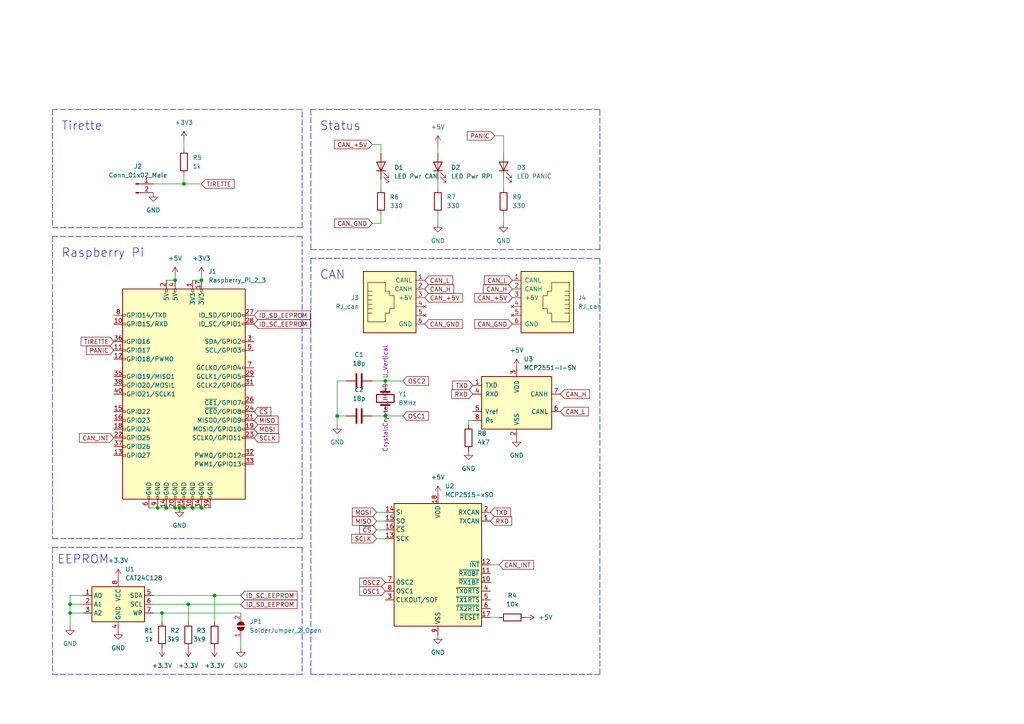
<source format=kicad_sch>
(kicad_sch (version 20211123) (generator eeschema)
  (paper "A4")
  (lib_symbols
    (symbol "Connector:Conn_01x02_Male" (pin_names (offset 1.016) hide)
      (property "Reference" "J" (at 0 2.54 0))
      (property "Value" "Conn_01x02_Male" (at 0 -5.08 0))
      (symbol "Conn_01x02_Male_1_1"
        (polyline (pts (xy 1.27 -2.54) (xy 0.8636 -2.54)) (stroke (width 0.1524)))
        (polyline (pts (xy 1.27 0) (xy 0.8636 0)) (stroke (width 0.1524)))
        (rectangle (start 0.8636 -2.413) (end 0 -2.667) (stroke (width 0.1524)) (fill (type outline)))
        (rectangle (start 0.8636 0.127) (end 0 -0.127) (stroke (width 0.1524)) (fill (type outline)))
        (pin passive line (at 5.08 0 180) (length 3.81) (name "Pin_1") (number "1"))
        (pin passive line (at 5.08 -2.54 180) (length 3.81) (name "Pin_2") (number "2"))
      )
    )
    (symbol "Connector:Raspberry_Pi_2_3" (pin_names (offset 1.016))
      (property "Reference" "J" (at -17.78 31.75 0))
      (property "Value" "Raspberry_Pi_2_3" (at 10.16 -31.75 0))
      (symbol "Raspberry_Pi_2_3_0_1"
        (rectangle (start -17.78 30.48) (end 17.78 -30.48) (stroke (width 0.254)) (fill (type background)))
      )
      (symbol "Raspberry_Pi_2_3_1_1"
        (rectangle (start -16.891 -17.526) (end -17.78 -18.034))
        (rectangle (start -16.891 -14.986) (end -17.78 -15.494))
        (rectangle (start -16.891 -12.446) (end -17.78 -12.954))
        (rectangle (start -16.891 -9.906) (end -17.78 -10.414))
        (rectangle (start -16.891 -7.366) (end -17.78 -7.874))
        (rectangle (start -16.891 -4.826) (end -17.78 -5.334))
        (rectangle (start -16.891 0.254) (end -17.78 -0.254))
        (rectangle (start -16.891 2.794) (end -17.78 2.286))
        (rectangle (start -16.891 5.334) (end -17.78 4.826))
        (rectangle (start -16.891 10.414) (end -17.78 9.906))
        (rectangle (start -16.891 12.954) (end -17.78 12.446))
        (rectangle (start -16.891 15.494) (end -17.78 14.986))
        (rectangle (start -16.891 20.574) (end -17.78 20.066))
        (rectangle (start -16.891 23.114) (end -17.78 22.606))
        (rectangle (start -10.414 -29.591) (end -9.906 -30.48))
        (rectangle (start -7.874 -29.591) (end -7.366 -30.48))
        (rectangle (start -5.334 -29.591) (end -4.826 -30.48))
        (rectangle (start -5.334 30.48) (end -4.826 29.591))
        (rectangle (start -2.794 -29.591) (end -2.286 -30.48))
        (rectangle (start -2.794 30.48) (end -2.286 29.591))
        (rectangle (start -0.254 -29.591) (end 0.254 -30.48))
        (rectangle (start 2.286 -29.591) (end 2.794 -30.48))
        (rectangle (start 2.286 30.48) (end 2.794 29.591))
        (rectangle (start 4.826 -29.591) (end 5.334 -30.48))
        (rectangle (start 4.826 30.48) (end 5.334 29.591))
        (rectangle (start 7.366 -29.591) (end 7.874 -30.48))
        (rectangle (start 17.78 -20.066) (end 16.891 -20.574))
        (rectangle (start 17.78 -17.526) (end 16.891 -18.034))
        (rectangle (start 17.78 -12.446) (end 16.891 -12.954))
        (rectangle (start 17.78 -9.906) (end 16.891 -10.414))
        (rectangle (start 17.78 -7.366) (end 16.891 -7.874))
        (rectangle (start 17.78 -4.826) (end 16.891 -5.334))
        (rectangle (start 17.78 -2.286) (end 16.891 -2.794))
        (rectangle (start 17.78 2.794) (end 16.891 2.286))
        (rectangle (start 17.78 5.334) (end 16.891 4.826))
        (rectangle (start 17.78 7.874) (end 16.891 7.366))
        (rectangle (start 17.78 12.954) (end 16.891 12.446))
        (rectangle (start 17.78 15.494) (end 16.891 14.986))
        (rectangle (start 17.78 20.574) (end 16.891 20.066))
        (rectangle (start 17.78 23.114) (end 16.891 22.606))
        (pin power_in line (at 2.54 33.02 270) (length 2.54) (name "3V3") (number "1"))
        (pin bidirectional line (at -20.32 20.32 0) (length 2.54) (name "GPIO15/RXD") (number "10"))
        (pin bidirectional line (at -20.32 12.7 0) (length 2.54) (name "GPIO17") (number "11"))
        (pin bidirectional line (at -20.32 10.16 0) (length 2.54) (name "GPIO18/PWM0") (number "12"))
        (pin bidirectional line (at -20.32 -17.78 0) (length 2.54) (name "GPIO27") (number "13"))
        (pin power_in line (at -5.08 -33.02 90) (length 2.54) (name "GND") (number "14"))
        (pin bidirectional line (at -20.32 -5.08 0) (length 2.54) (name "GPIO22") (number "15"))
        (pin bidirectional line (at -20.32 -7.62 0) (length 2.54) (name "GPIO23") (number "16"))
        (pin power_in line (at 5.08 33.02 270) (length 2.54) (name "3V3") (number "17"))
        (pin bidirectional line (at -20.32 -10.16 0) (length 2.54) (name "GPIO24") (number "18"))
        (pin bidirectional line (at 20.32 -10.16 180) (length 2.54) (name "MOSI0/GPIO10") (number "19"))
        (pin power_in line (at -5.08 33.02 270) (length 2.54) (name "5V") (number "2"))
        (pin power_in line (at -2.54 -33.02 90) (length 2.54) (name "GND") (number "20"))
        (pin bidirectional line (at 20.32 -7.62 180) (length 2.54) (name "MISO0/GPIO9") (number "21"))
        (pin bidirectional line (at -20.32 -12.7 0) (length 2.54) (name "GPIO25") (number "22"))
        (pin bidirectional line (at 20.32 -12.7 180) (length 2.54) (name "SCLK0/GPIO11") (number "23"))
        (pin bidirectional line (at 20.32 -5.08 180) (length 2.54) (name "~{CE0}/GPIO8") (number "24"))
        (pin power_in line (at 0 -33.02 90) (length 2.54) (name "GND") (number "25"))
        (pin bidirectional line (at 20.32 -2.54 180) (length 2.54) (name "~{CE1}/GPIO7") (number "26"))
        (pin bidirectional line (at 20.32 22.86 180) (length 2.54) (name "ID_SD/GPIO0") (number "27"))
        (pin bidirectional line (at 20.32 20.32 180) (length 2.54) (name "ID_SC/GPIO1") (number "28"))
        (pin bidirectional line (at 20.32 5.08 180) (length 2.54) (name "GCLK1/GPIO5") (number "29"))
        (pin bidirectional line (at 20.32 15.24 180) (length 2.54) (name "SDA/GPIO2") (number "3"))
        (pin power_in line (at 2.54 -33.02 90) (length 2.54) (name "GND") (number "30"))
        (pin bidirectional line (at 20.32 2.54 180) (length 2.54) (name "GCLK2/GPIO6") (number "31"))
        (pin bidirectional line (at 20.32 -17.78 180) (length 2.54) (name "PWM0/GPIO12") (number "32"))
        (pin bidirectional line (at 20.32 -20.32 180) (length 2.54) (name "PWM1/GPIO13") (number "33"))
        (pin power_in line (at 5.08 -33.02 90) (length 2.54) (name "GND") (number "34"))
        (pin bidirectional line (at -20.32 5.08 0) (length 2.54) (name "GPIO19/MISO1") (number "35"))
        (pin bidirectional line (at -20.32 15.24 0) (length 2.54) (name "GPIO16") (number "36"))
        (pin bidirectional line (at -20.32 -15.24 0) (length 2.54) (name "GPIO26") (number "37"))
        (pin bidirectional line (at -20.32 2.54 0) (length 2.54) (name "GPIO20/MOSI1") (number "38"))
        (pin power_in line (at 7.62 -33.02 90) (length 2.54) (name "GND") (number "39"))
        (pin power_in line (at -2.54 33.02 270) (length 2.54) (name "5V") (number "4"))
        (pin bidirectional line (at -20.32 0 0) (length 2.54) (name "GPIO21/SCLK1") (number "40"))
        (pin bidirectional line (at 20.32 12.7 180) (length 2.54) (name "SCL/GPIO3") (number "5"))
        (pin power_in line (at -10.16 -33.02 90) (length 2.54) (name "GND") (number "6"))
        (pin bidirectional line (at 20.32 7.62 180) (length 2.54) (name "GCLK0/GPIO4") (number "7"))
        (pin bidirectional line (at -20.32 22.86 0) (length 2.54) (name "GPIO14/TXD") (number "8"))
        (pin power_in line (at -7.62 -33.02 90) (length 2.54) (name "GND") (number "9"))
      )
    )
    (symbol "Device:C" (pin_numbers hide) (pin_names (offset 0.254))
      (property "Reference" "C" (at 0.635 2.54 0))
      (property "Value" "C" (at 0.635 -2.54 0))
      (symbol "C_0_1"
        (polyline (pts (xy -2.032 -0.762) (xy 2.032 -0.762)) (stroke (width 0.508)))
        (polyline (pts (xy -2.032 0.762) (xy 2.032 0.762)) (stroke (width 0.508)))
      )
      (symbol "C_1_1"
        (pin passive line (at 0 3.81 270) (length 2.794) (name "~") (number "1"))
        (pin passive line (at 0 -3.81 90) (length 2.794) (name "~") (number "2"))
      )
    )
    (symbol "Device:Crystal" (pin_numbers hide) (pin_names (offset 1.016) hide)
      (property "Reference" "Y" (at 0 3.81 0))
      (property "Value" "Crystal" (at 0 -3.81 0))
      (symbol "Crystal_0_1"
        (rectangle (start -1.143 2.54) (end 1.143 -2.54) (stroke (width 0.3048)))
        (polyline (pts (xy -2.54 0) (xy -1.905 0)))
        (polyline (pts (xy -1.905 -1.27) (xy -1.905 1.27)) (stroke (width 0.508)))
        (polyline (pts (xy 1.905 -1.27) (xy 1.905 1.27)) (stroke (width 0.508)))
        (polyline (pts (xy 2.54 0) (xy 1.905 0)))
      )
      (symbol "Crystal_1_1"
        (pin passive line (at -3.81 0 0) (length 1.27) (name "1") (number "1"))
        (pin passive line (at 3.81 0 180) (length 1.27) (name "2") (number "2"))
      )
    )
    (symbol "Device:LED" (pin_numbers hide) (pin_names (offset 1.016) hide)
      (property "Reference" "D" (at 0 2.54 0))
      (property "Value" "LED" (at 0 -2.54 0))
      (symbol "LED_0_1"
        (polyline (pts (xy -1.27 -1.27) (xy -1.27 1.27)) (stroke (width 0.254)))
        (polyline (pts (xy -1.27 0) (xy 1.27 0)))
        (polyline (pts (xy 1.27 -1.27) (xy 1.27 1.27) (xy -1.27 0) (xy 1.27 -1.27)) (stroke (width 0.254)))
        (polyline (pts (xy -3.048 -0.762) (xy -4.572 -2.286) (xy -3.81 -2.286) (xy -4.572 -2.286) (xy -4.572 -1.524)))
        (polyline (pts (xy -1.778 -0.762) (xy -3.302 -2.286) (xy -2.54 -2.286) (xy -3.302 -2.286) (xy -3.302 -1.524)))
      )
      (symbol "LED_1_1"
        (pin passive line (at -3.81 0 0) (length 2.54) (name "K") (number "1"))
        (pin passive line (at 3.81 0 180) (length 2.54) (name "A") (number "2"))
      )
    )
    (symbol "Device:R" (pin_numbers hide) (pin_names (offset 0))
      (property "Reference" "R" (at 2.032 0 90))
      (property "Value" "R" (at 0 0 90))
      (symbol "R_0_1"
        (rectangle (start -1.016 -2.54) (end 1.016 2.54) (stroke (width 0.254)))
      )
      (symbol "R_1_1"
        (pin passive line (at 0 3.81 270) (length 1.27) (name "~") (number "1"))
        (pin passive line (at 0 -3.81 90) (length 1.27) (name "~") (number "2"))
      )
    )
    (symbol "Interface_CAN_LIN:MCP2515-xSO"
      (property "Reference" "U" (at -10.16 19.685 0))
      (property "Value" "MCP2515-xSO" (at 19.05 20.32 0))
      (symbol "MCP2515-xSO_0_1"
        (rectangle (start -12.7 17.78) (end 12.7 -17.78) (stroke (width 0.254)) (fill (type background)))
      )
      (symbol "MCP2515-xSO_1_1"
        (pin output line (at 15.24 12.7 180) (length 2.54) (name "TXCAN") (number "1"))
        (pin output line (at 15.24 -5.08 180) (length 2.54) (name "~{RX1BF}") (number "10"))
        (pin output line (at 15.24 -2.54 180) (length 2.54) (name "~{RX0BF}") (number "11"))
        (pin output line (at 15.24 0 180) (length 2.54) (name "~{INT}") (number "12"))
        (pin input line (at -15.24 7.62 0) (length 2.54) (name "SCK") (number "13"))
        (pin input line (at -15.24 15.24 0) (length 2.54) (name "SI") (number "14"))
        (pin output line (at -15.24 12.7 0) (length 2.54) (name "SO") (number "15"))
        (pin input line (at -15.24 10.16 0) (length 2.54) (name "~{CS}") (number "16"))
        (pin input line (at 15.24 -15.24 180) (length 2.54) (name "~{RESET}") (number "17"))
        (pin power_in line (at 0 20.32 270) (length 2.54) (name "VDD") (number "18"))
        (pin input line (at 15.24 15.24 180) (length 2.54) (name "RXCAN") (number "2"))
        (pin output line (at -15.24 -10.16 0) (length 2.54) (name "CLKOUT/SOF") (number "3"))
        (pin input line (at 15.24 -7.62 180) (length 2.54) (name "~{TX0RTS}") (number "4"))
        (pin input line (at 15.24 -10.16 180) (length 2.54) (name "~{TX1RTS}") (number "5"))
        (pin input line (at 15.24 -12.7 180) (length 2.54) (name "~{TX2RTS}") (number "6"))
        (pin output line (at -15.24 -5.08 0) (length 2.54) (name "OSC2") (number "7"))
        (pin input line (at -15.24 -7.62 0) (length 2.54) (name "OSC1") (number "8"))
        (pin power_in line (at 0 -20.32 90) (length 2.54) (name "VSS") (number "9"))
      )
    )
    (symbol "Interface_CAN_LIN:MCP2551-I-SN" (pin_names (offset 1.016))
      (property "Reference" "U" (at -10.16 8.89 0))
      (property "Value" "MCP2551-I-SN" (at 2.54 8.89 0))
      (symbol "MCP2551-I-SN_0_1"
        (rectangle (start -10.16 7.62) (end 10.16 -7.62) (stroke (width 0.254)) (fill (type background)))
      )
      (symbol "MCP2551-I-SN_1_1"
        (pin input line (at -12.7 5.08 0) (length 2.54) (name "TXD") (number "1"))
        (pin power_in line (at 0 -10.16 90) (length 2.54) (name "VSS") (number "2"))
        (pin power_in line (at 0 10.16 270) (length 2.54) (name "VDD") (number "3"))
        (pin output line (at -12.7 2.54 0) (length 2.54) (name "RXD") (number "4"))
        (pin power_out line (at -12.7 -2.54 0) (length 2.54) (name "Vref") (number "5"))
        (pin bidirectional line (at 12.7 -2.54 180) (length 2.54) (name "CANL") (number "6"))
        (pin bidirectional line (at 12.7 2.54 180) (length 2.54) (name "CANH") (number "7"))
        (pin input line (at -12.7 -5.08 0) (length 2.54) (name "Rs") (number "8"))
      )
    )
    (symbol "Jumper:SolderJumper_2_Open" (pin_names (offset 0) hide)
      (property "Reference" "JP" (at 0 2.032 0))
      (property "Value" "SolderJumper_2_Open" (at 0 -2.54 0))
      (symbol "SolderJumper_2_Open_0_1"
        (arc (start -0.254 1.016) (mid -1.27 0) (end -0.254 -1.016))
        (arc (start -0.254 1.016) (mid -1.27 0) (end -0.254 -1.016) (fill (type outline)))
        (polyline (pts (xy -0.254 1.016) (xy -0.254 -1.016)))
        (polyline (pts (xy 0.254 1.016) (xy 0.254 -1.016)))
        (arc (start 0.254 -1.016) (mid 1.27 0) (end 0.254 1.016))
        (arc (start 0.254 -1.016) (mid 1.27 0) (end 0.254 1.016) (fill (type outline)))
      )
      (symbol "SolderJumper_2_Open_1_1"
        (pin passive line (at -3.81 0 0) (length 2.54) (name "A") (number "1"))
        (pin passive line (at 3.81 0 180) (length 2.54) (name "B") (number "2"))
      )
    )
    (symbol "Memory_EEPROM:CAT24C128"
      (property "Reference" "U" (at -6.35 6.35 0))
      (property "Value" "CAT24C128" (at 1.27 6.35 0))
      (symbol "CAT24C128_1_1"
        (rectangle (start -7.62 5.08) (end 7.62 -5.08) (stroke (width 0.254)) (fill (type background)))
        (pin input line (at -10.16 2.54 0) (length 2.54) (name "A0") (number "1"))
        (pin input line (at -10.16 0 0) (length 2.54) (name "A1") (number "2"))
        (pin input line (at -10.16 -2.54 0) (length 2.54) (name "A2") (number "3"))
        (pin power_in line (at 0 -7.62 90) (length 2.54) (name "GND") (number "4"))
        (pin bidirectional line (at 10.16 2.54 180) (length 2.54) (name "SDA") (number "5"))
        (pin input line (at 10.16 0 180) (length 2.54) (name "SCL") (number "6"))
        (pin input line (at 10.16 -2.54 180) (length 2.54) (name "WP") (number "7"))
        (pin power_in line (at 0 7.62 270) (length 2.54) (name "VCC") (number "8"))
      )
    )
    (symbol "Robot:RJ_can" (pin_names (offset 1.016))
      (property "Reference" "J1" (at 0 15.24 0))
      (property "Value" "RJ_can" (at 0 12.7 0))
      (symbol "RJ_can_0_1"
        (polyline (pts (xy -6.35 -1.905) (xy -5.08 -1.905) (xy -5.08 -1.905)))
        (polyline (pts (xy -6.35 -0.635) (xy -5.08 -0.635) (xy -5.08 -0.635)))
        (polyline (pts (xy -6.35 0.635) (xy -5.08 0.635) (xy -5.08 0.635)))
        (polyline (pts (xy -6.35 1.905) (xy -5.08 1.905) (xy -5.08 1.905)))
        (polyline (pts (xy -6.35 3.175) (xy -5.08 3.175) (xy -5.08 3.175)))
        (polyline (pts (xy -5.08 4.445) (xy -6.35 4.445) (xy -6.35 4.445)))
        (polyline (pts (xy -6.35 -4.445) (xy -6.35 6.985) (xy -1.27 6.985) (xy -1.27 4.445) (xy 0 4.445) (xy 0 3.175) (xy 1.27 3.175) (xy 1.27 -0.635) (xy 0 -0.635) (xy 0 -1.905) (xy -1.27 -1.905) (xy -1.27 -4.445) (xy -6.35 -4.445) (xy -6.35 -4.445)))
        (rectangle (start 7.62 10.16) (end -7.62 -7.62) (stroke (width 0.254)) (fill (type background)))
      )
      (symbol "RJ_can_1_1"
        (pin bidirectional line (at 10.16 -5.08 180) (length 2.54) (name "CANL") (number "1"))
        (pin passive line (at 10.16 -2.54 180) (length 2.54) (name "CANH") (number "2"))
        (pin power_out line (at 10.16 0 180) (length 2.54) (name "+5V") (number "3"))
        (pin no_connect line (at 10.16 2.54 180) (length 2.54) (name "") (number "4"))
        (pin no_connect line (at 10.16 5.08 180) (length 2.54) (name "~") (number "5"))
        (pin power_out line (at 10.16 7.62 180) (length 2.54) (name "GND") (number "6"))
      )
    )
    (symbol "power:+3.3V" (power) (pin_names (offset 0))
      (property "Value" "+3.3V" (at 0 3.556 0))
      (symbol "+3.3V_0_1"
        (polyline (pts (xy -0.762 1.27) (xy 0 2.54)))
        (polyline (pts (xy 0 0) (xy 0 2.54)))
        (polyline (pts (xy 0 2.54) (xy 0.762 1.27)))
      )
      (symbol "+3.3V_1_1"
        (pin power_in line (at 0 0 90) (length 0) hide (name "+3.3V") (number "1"))
      )
    )
    (symbol "power:+3V3" (power) (pin_names (offset 0))
      (property "Value" "+3V3" (at 0 3.556 0))
      (symbol "+3V3_0_1"
        (polyline (pts (xy -0.762 1.27) (xy 0 2.54)))
        (polyline (pts (xy 0 0) (xy 0 2.54)))
        (polyline (pts (xy 0 2.54) (xy 0.762 1.27)))
      )
      (symbol "+3V3_1_1"
        (pin power_in line (at 0 0 90) (length 0) hide (name "+3V3") (number "1"))
      )
    )
    (symbol "power:+5V" (power) (pin_names (offset 0))
      (property "Value" "+5V" (at 0 3.556 0))
      (symbol "+5V_0_1"
        (polyline (pts (xy -0.762 1.27) (xy 0 2.54)))
        (polyline (pts (xy 0 0) (xy 0 2.54)))
        (polyline (pts (xy 0 2.54) (xy 0.762 1.27)))
      )
      (symbol "+5V_1_1"
        (pin power_in line (at 0 0 90) (length 0) hide (name "+5V") (number "1"))
      )
    )
    (symbol "power:GND" (power) (pin_names (offset 0))
      (property "Value" "GND" (at 0 -3.81 0))
      (symbol "GND_0_1"
        (polyline (pts (xy 0 0) (xy 0 -1.27) (xy 1.27 -1.27) (xy 0 -2.54) (xy -1.27 -1.27) (xy 0 -1.27)))
      )
      (symbol "GND_1_1"
        (pin power_in line (at 0 0 270) (length 0) hide (name "GND") (number "1"))
      )
    )
  )
  (junction (at 53.34 53.34))
  (junction (at 20.32 177.8))
  (junction (at 62.23 172.72))
  (junction (at 50.8 81.28))
  (junction (at 50.8 147.32))
  (junction (at 111.76 110.49))
  (junction (at 55.88 147.32))
  (junction (at 97.79 120.65))
  (junction (at 53.34 147.32))
  (junction (at 58.42 81.28))
  (junction (at 111.76 120.65))
  (junction (at 54.61 175.26))
  (junction (at 58.42 147.32))
  (junction (at 20.32 175.26))
  (junction (at 52.07 147.32))
  (junction (at 45.72 147.32))
  (junction (at 46.99 177.8))
  (junction (at 48.26 147.32))
  (wire (pts (xy 20.32 175.26) (xy 24.13 175.26)))
  (polyline (pts (xy 173.99 72.39) (xy 173.99 31.75)))
  (wire (pts (xy 58.42 147.32) (xy 60.96 147.32)))
  (wire (pts (xy 110.49 62.23) (xy 110.49 64.77)))
  (wire (pts (xy 24.13 172.72) (xy 20.32 172.72)))
  (polyline (pts (xy 90.17 31.75) (xy 90.17 72.39)))
  (wire (pts (xy 143.51 39.37) (xy 146.05 39.37)))
  (polyline (pts (xy 15.24 31.75) (xy 15.24 66.04)))
  (wire (pts (xy 107.95 120.65) (xy 111.76 120.65)))
  (polyline (pts (xy 90.17 74.93) (xy 90.17 195.58)))
  (wire (pts (xy 111.76 120.65) (xy 111.76 119.38)))
  (wire (pts (xy 53.34 147.32) (xy 55.88 147.32)))
  (wire (pts (xy 127 52.07) (xy 127 54.61)))
  (wire (pts (xy 53.34 53.34) (xy 44.45 53.34)))
  (wire (pts (xy 54.61 175.26) (xy 44.45 175.26)))
  (wire (pts (xy 97.79 110.49) (xy 100.33 110.49)))
  (wire (pts (xy 44.45 172.72) (xy 62.23 172.72)))
  (polyline (pts (xy 90.17 72.39) (xy 173.99 72.39)))
  (polyline (pts (xy 173.99 195.58) (xy 173.99 74.93)))
  (wire (pts (xy 110.49 41.91) (xy 107.95 41.91)))
  (wire (pts (xy 48.26 147.32) (xy 50.8 147.32)))
  (wire (pts (xy 111.76 110.49) (xy 116.84 110.49)))
  (wire (pts (xy 69.85 175.26) (xy 54.61 175.26)))
  (wire (pts (xy 109.22 153.67) (xy 111.76 153.67)))
  (polyline (pts (xy 87.63 195.58) (xy 15.24 195.58)))
  (wire (pts (xy 110.49 52.07) (xy 110.49 54.61)))
  (wire (pts (xy 50.8 80.01) (xy 50.8 81.28)))
  (polyline (pts (xy 87.63 158.75) (xy 87.63 195.58)))
  (polyline (pts (xy 87.63 156.21) (xy 87.63 68.58)))
  (wire (pts (xy 110.49 64.77) (xy 107.95 64.77)))
  (wire (pts (xy 97.79 120.65) (xy 100.33 120.65)))
  (wire (pts (xy 50.8 147.32) (xy 52.07 147.32)))
  (wire (pts (xy 53.34 40.64) (xy 53.34 43.18)))
  (polyline (pts (xy 87.63 31.75) (xy 15.24 31.75)))
  (wire (pts (xy 127 44.45) (xy 127 41.91)))
  (wire (pts (xy 144.78 179.07) (xy 142.24 179.07)))
  (polyline (pts (xy 15.24 156.21) (xy 87.63 156.21)))
  (wire (pts (xy 62.23 180.34) (xy 62.23 172.72)))
  (polyline (pts (xy 173.99 74.93) (xy 90.17 74.93)))
  (wire (pts (xy 58.42 80.01) (xy 58.42 81.28)))
  (wire (pts (xy 20.32 172.72) (xy 20.32 175.26)))
  (wire (pts (xy 146.05 62.23) (xy 146.05 64.77)))
  (wire (pts (xy 107.95 110.49) (xy 111.76 110.49)))
  (polyline (pts (xy 15.24 158.75) (xy 15.24 195.58)))
  (wire (pts (xy 135.89 121.92) (xy 137.16 121.92)))
  (wire (pts (xy 111.76 110.49) (xy 111.76 111.76)))
  (wire (pts (xy 20.32 175.26) (xy 20.32 177.8)))
  (wire (pts (xy 48.26 81.28) (xy 50.8 81.28)))
  (wire (pts (xy 44.45 177.8) (xy 46.99 177.8)))
  (wire (pts (xy 97.79 123.19) (xy 97.79 120.65)))
  (polyline (pts (xy 87.63 66.04) (xy 87.63 31.75)))
  (polyline (pts (xy 15.24 68.58) (xy 15.24 156.21)))
  (wire (pts (xy 46.99 180.34) (xy 46.99 177.8)))
  (wire (pts (xy 146.05 39.37) (xy 146.05 44.45)))
  (wire (pts (xy 111.76 120.65) (xy 116.84 120.65)))
  (wire (pts (xy 20.32 177.8) (xy 24.13 177.8)))
  (wire (pts (xy 69.85 177.8) (xy 46.99 177.8)))
  (wire (pts (xy 69.85 187.96) (xy 69.85 185.42)))
  (polyline (pts (xy 15.24 158.75) (xy 87.63 158.75)))
  (wire (pts (xy 58.42 53.34) (xy 53.34 53.34)))
  (wire (pts (xy 110.49 44.45) (xy 110.49 41.91)))
  (wire (pts (xy 146.05 52.07) (xy 146.05 54.61)))
  (wire (pts (xy 52.07 147.32) (xy 53.34 147.32)))
  (wire (pts (xy 55.88 81.28) (xy 58.42 81.28)))
  (wire (pts (xy 62.23 172.72) (xy 69.85 172.72)))
  (wire (pts (xy 109.22 148.59) (xy 111.76 148.59)))
  (wire (pts (xy 54.61 175.26) (xy 54.61 180.34)))
  (wire (pts (xy 20.32 177.8) (xy 20.32 181.61)))
  (wire (pts (xy 43.18 147.32) (xy 45.72 147.32)))
  (wire (pts (xy 45.72 147.32) (xy 48.26 147.32)))
  (wire (pts (xy 97.79 110.49) (xy 97.79 120.65)))
  (wire (pts (xy 127 62.23) (xy 127 64.77)))
  (polyline (pts (xy 15.24 66.04) (xy 87.63 66.04)))
  (wire (pts (xy 109.22 151.13) (xy 111.76 151.13)))
  (wire (pts (xy 135.89 121.92) (xy 135.89 123.19)))
  (polyline (pts (xy 173.99 31.75) (xy 90.17 31.75)))
  (polyline (pts (xy 90.17 195.58) (xy 173.99 195.58)))
  (wire (pts (xy 55.88 147.32) (xy 58.42 147.32)))
  (wire (pts (xy 144.78 163.83) (xy 142.24 163.83)))
  (wire (pts (xy 53.34 50.8) (xy 53.34 53.34)))
  (wire (pts (xy 109.22 156.21) (xy 111.76 156.21)))
  (polyline (pts (xy 87.63 68.58) (xy 15.24 68.58)))
  (text "Status" (at 92.71 38.1 0) (effects (font (size 2.49 2.49)) (justify left bottom)))
  (text "Raspberry Pi" (at 17.78 74.93 0) (effects (font (size 2.49 2.49)) (justify left bottom)))
  (text "EEPROM" (at 16.51 163.83 0) (effects (font (size 2.49 2.49)) (justify left bottom)))
  (text "Tirette" (at 17.78 38.1 0) (effects (font (size 2.49 2.49)) (justify left bottom)))
  (text "CAN" (at 92.71 81.28 0) (effects (font (size 2.49 2.49)) (justify left bottom)))
  (global_label "ID_SD_EEPROM" (shape input) (at 69.85 175.26 0) (property "Intersheet References" "${INTERSHEET_REFS}" (effects hide)))
  (global_label "CAN_INT" (shape input) (at 33.02 127 180) (property "Intersheet References" "${INTERSHEET_REFS}" (effects hide)))
  (global_label "CAN_+5V" (shape input) (at 123.19 86.36 0) (property "Intersheet References" "${INTERSHEET_REFS}" (effects hide)))
  (global_label "CAN_L" (shape input) (at 123.19 81.28 0) (property "Intersheet References" "${INTERSHEET_REFS}" (effects hide)))
  (global_label "RXD" (shape input) (at 142.24 151.13 0) (property "Intersheet References" "${INTERSHEET_REFS}" (effects hide)))
  (global_label "OSC2" (shape input) (at 116.84 110.49 0) (property "Intersheet References" "${INTERSHEET_REFS}" (effects hide)))
  (global_label "SCLK" (shape input) (at 109.22 156.21 180) (property "Intersheet References" "${INTERSHEET_REFS}" (effects hide)))
  (global_label "CAN_GND" (shape input) (at 148.59 93.98 180) (property "Intersheet References" "${INTERSHEET_REFS}" (effects hide)))
  (global_label "CAN_L" (shape input) (at 162.56 119.38 0) (property "Intersheet References" "${INTERSHEET_REFS}" (effects hide)))
  (global_label "~{CS}" (shape input) (at 73.66 119.38 0) (property "Intersheet References" "${INTERSHEET_REFS}" (effects hide)))
  (global_label "MISO" (shape input) (at 109.22 151.13 180) (property "Intersheet References" "${INTERSHEET_REFS}" (effects hide)))
  (global_label "PANIC" (shape input) (at 33.02 101.6 180) (property "Intersheet References" "${INTERSHEET_REFS}" (effects hide)))
  (global_label "OSC1" (shape input) (at 116.84 120.65 0) (property "Intersheet References" "${INTERSHEET_REFS}" (effects hide)))
  (global_label "TIRETTE" (shape input) (at 58.42 53.34 0) (property "Intersheet References" "${INTERSHEET_REFS}" (effects hide)))
  (global_label "CAN_H" (shape input) (at 123.19 83.82 0) (property "Intersheet References" "${INTERSHEET_REFS}" (effects hide)))
  (global_label "~{CS}" (shape input) (at 109.22 153.67 180) (property "Intersheet References" "${INTERSHEET_REFS}" (effects hide)))
  (global_label "CAN_GND" (shape input) (at 123.19 93.98 0) (property "Intersheet References" "${INTERSHEET_REFS}" (effects hide)))
  (global_label "SCLK" (shape input) (at 73.66 127 0) (property "Intersheet References" "${INTERSHEET_REFS}" (effects hide)))
  (global_label "TIRETTE" (shape input) (at 33.02 99.06 180) (property "Intersheet References" "${INTERSHEET_REFS}" (effects hide)))
  (global_label "CAN_INT" (shape input) (at 144.78 163.83 0) (property "Intersheet References" "${INTERSHEET_REFS}" (effects hide)))
  (global_label "MOSI" (shape input) (at 109.22 148.59 180) (property "Intersheet References" "${INTERSHEET_REFS}" (effects hide)))
  (global_label "CAN_+5V" (shape input) (at 107.95 41.91 180) (property "Intersheet References" "${INTERSHEET_REFS}" (effects hide)))
  (global_label "RXD" (shape input) (at 137.16 114.3 180) (property "Intersheet References" "${INTERSHEET_REFS}" (effects hide)))
  (global_label "TXD" (shape input) (at 142.24 148.59 0) (property "Intersheet References" "${INTERSHEET_REFS}" (effects hide)))
  (global_label "CAN_L" (shape input) (at 148.59 81.28 180) (property "Intersheet References" "${INTERSHEET_REFS}" (effects hide)))
  (global_label "OSC1" (shape input) (at 111.76 171.45 180) (property "Intersheet References" "${INTERSHEET_REFS}" (effects hide)))
  (global_label "MOSI" (shape input) (at 73.66 124.46 0) (property "Intersheet References" "${INTERSHEET_REFS}" (effects hide)))
  (global_label "ID_SC_EEPROM" (shape input) (at 69.85 172.72 0) (property "Intersheet References" "${INTERSHEET_REFS}" (effects hide)))
  (global_label "CAN_+5V" (shape input) (at 148.59 86.36 180) (property "Intersheet References" "${INTERSHEET_REFS}" (effects hide)))
  (global_label "ID_SD_EEPROM" (shape input) (at 73.66 91.44 0) (property "Intersheet References" "${INTERSHEET_REFS}" (effects hide)))
  (global_label "ID_SC_EEPROM" (shape input) (at 73.66 93.98 0) (property "Intersheet References" "${INTERSHEET_REFS}" (effects hide)))
  (global_label "TXD" (shape input) (at 137.16 111.76 180) (property "Intersheet References" "${INTERSHEET_REFS}" (effects hide)))
  (global_label "OSC2" (shape input) (at 111.76 168.91 180) (property "Intersheet References" "${INTERSHEET_REFS}" (effects hide)))
  (global_label "PANIC" (shape input) (at 143.51 39.37 180) (property "Intersheet References" "${INTERSHEET_REFS}" (effects hide)))
  (global_label "MISO" (shape input) (at 73.66 121.92 0) (property "Intersheet References" "${INTERSHEET_REFS}" (effects hide)))
  (global_label "CAN_H" (shape input) (at 148.59 83.82 180) (property "Intersheet References" "${INTERSHEET_REFS}" (effects hide)))
  (global_label "CAN_GND" (shape input) (at 107.95 64.77 180) (property "Intersheet References" "${INTERSHEET_REFS}" (effects hide)))
  (global_label "CAN_H" (shape input) (at 162.56 114.3 0) (property "Intersheet References" "${INTERSHEET_REFS}" (effects hide)))
  (symbol (lib_id "power:GND") (at 52.07 147.32 0) (unit 1)
    (property "Reference" "#PWR08" (effects hide))
    (property "Value" "GND" (at 52.07 152.4 0))
  )
  (symbol (lib_id "power:+5V") (at 127 41.91 0) (unit 1)
    (property "Reference" "#PWR017" (effects hide))
    (property "Value" "+5V" (at 127 36.83 0))
  )
  (symbol (lib_id "Device:R") (at 148.59 179.07 90) (unit 1)
    (property "Reference" "R4" (at 148.59 172.72 90))
    (property "Value" "10k" (at 148.59 175.26 90))
    (property "Footprint" "Resistor_SMD:R_0805_2012Metric" (effects hide))
  )
  (symbol (lib_id "power:GND") (at 44.45 55.88 0) (unit 1)
    (property "Reference" "#PWR010" (effects hide))
    (property "Value" "GND" (at 44.45 60.96 0))
  )
  (symbol (lib_id "power:+3.3V") (at 34.29 167.64 0) (unit 1)
    (property "Reference" "#PWR02" (effects hide))
    (property "Value" "+3.3V" (at 34.29 162.56 0))
  )
  (symbol (lib_id "Interface_CAN_LIN:MCP2515-xSO") (at 127 163.83 0) (unit 1)
    (property "Reference" "U2" (at 129.0194 140.97 0) (effects (justify left)))
    (property "Value" "MCP2515-xSO" (at 129.0194 143.51 0) (effects (justify left)))
    (property "Footprint" "Package_SO:SOIC-18W_7.5x11.6mm_P1.27mm" (effects hide))
    (property "Datasheet" "http://ww1.microchip.com/downloads/en/DeviceDoc/21801e.pdf" (effects hide))
  )
  (symbol (lib_id "power:GND") (at 97.79 123.19 0) (unit 1)
    (property "Reference" "#PWR016" (effects hide))
    (property "Value" "GND" (at 97.79 128.27 0))
  )
  (symbol (lib_id "Device:R") (at 135.89 127 0) (unit 1)
    (property "Reference" "R8" (at 138.43 125.7299 0) (effects (justify left)))
    (property "Value" "4k7" (at 138.43 128.2699 0) (effects (justify left)))
    (property "Footprint" "Resistor_SMD:R_0805_2012Metric" (effects hide))
  )
  (symbol (lib_id "Device:Crystal") (at 111.76 115.57 90) (unit 1)
    (property "Reference" "Y1" (at 115.57 114.2999 90) (effects (justify right)))
    (property "Value" "8MHz" (at 115.57 116.8399 90) (effects (justify right)))
    (property "Footprint" "Crystal:Crystal_HC49-U_Vertical" (at 111.76 115.57 0))
  )
  (symbol (lib_id "Interface_CAN_LIN:MCP2551-I-SN") (at 149.86 116.84 0) (unit 1)
    (property "Reference" "U3" (at 151.8794 104.14 0) (effects (justify left)))
    (property "Value" "MCP2551-I-SN" (at 151.8794 106.68 0) (effects (justify left)))
    (property "Footprint" "Package_SO:SOIC-8_3.9x4.9mm_P1.27mm" (effects hide))
    (property "Datasheet" "http://ww1.microchip.com/downloads/en/devicedoc/21667d.pdf" (effects hide))
  )
  (symbol (lib_id "Device:LED") (at 127 48.26 90) (unit 1)
    (property "Reference" "D2" (at 130.81 48.5774 90) (effects (justify right)))
    (property "Value" "LED Pwr RPI" (at 130.81 51.1174 90) (effects (justify right)))
    (property "Footprint" "LED_SMD:LED_0805_2012Metric" (effects hide))
  )
  (symbol (lib_id "power:+5V") (at 50.8 80.01 0) (unit 1)
    (property "Reference" "#PWR07" (effects hide))
    (property "Value" "+5V" (at 50.8 74.93 0))
  )
  (symbol (lib_id "power:+3.3V") (at 62.23 187.96 0) (mirror x) (unit 1)
    (property "Reference" "#PWR06" (effects hide))
    (property "Value" "+3.3V" (at 62.23 193.04 0))
  )
  (symbol (lib_id "Robot:RJ_can") (at 158.75 86.36 180) (unit 1)
    (property "Reference" "J4" (at 167.64 86.3599 0) (effects (justify right)))
    (property "Value" "RJ_can" (at 167.64 88.8999 0) (effects (justify right)))
    (property "Footprint" "Robot:RJ12" (effects hide))
    (property "Datasheet" "https://www.notion.so/fb11deb952ea4e10a2e068dc0e72e040" (effects hide))
  )
  (symbol (lib_id "power:GND") (at 135.89 130.81 0) (unit 1)
    (property "Reference" "#PWR019" (effects hide))
    (property "Value" "GND" (at 135.89 135.89 0))
  )
  (symbol (lib_id "power:+3.3V") (at 46.99 187.96 0) (mirror x) (unit 1)
    (property "Reference" "#PWR04" (effects hide))
    (property "Value" "+3.3V" (at 46.99 193.04 0))
  )
  (symbol (lib_id "Connector:Conn_01x02_Male") (at 39.37 53.34 0) (unit 1)
    (property "Reference" "J2" (at 40.005 48.26 0))
    (property "Value" "Conn_01x02_Male" (at 40.005 50.8 0))
    (property "Footprint" "Connector_PinHeader_2.54mm:PinHeader_1x02_P2.54mm_Horizontal" (effects hide))
  )
  (symbol (lib_id "Device:R") (at 46.99 184.15 0) (mirror x) (unit 1)
    (property "Reference" "R1" (at 44.45 182.8799 0) (effects (justify right)))
    (property "Value" "1k" (at 44.45 185.4199 0) (effects (justify right)))
    (property "Footprint" "Resistor_SMD:R_0805_2012Metric" (effects hide))
  )
  (symbol (lib_id "power:GND") (at 127 64.77 0) (unit 1)
    (property "Reference" "#PWR018" (effects hide))
    (property "Value" "GND" (at 127 69.85 0))
  )
  (symbol (lib_id "Device:R") (at 54.61 184.15 0) (mirror x) (unit 1)
    (property "Reference" "R2" (at 52.07 182.8799 0) (effects (justify right)))
    (property "Value" "3k9" (at 52.07 185.4199 0) (effects (justify right)))
    (property "Footprint" "Resistor_SMD:R_0805_2012Metric" (effects hide))
  )
  (symbol (lib_id "power:+3.3V") (at 54.61 187.96 0) (mirror x) (unit 1)
    (property "Reference" "#PWR05" (effects hide))
    (property "Value" "+3.3V" (at 54.61 193.04 0))
  )
  (symbol (lib_id "Device:R") (at 53.34 46.99 0) (unit 1)
    (property "Reference" "R5" (at 55.88 45.7199 0) (effects (justify left)))
    (property "Value" "1k" (at 55.88 48.2599 0) (effects (justify left)))
    (property "Footprint" "Resistor_SMD:R_0805_2012Metric" (effects hide))
  )
  (symbol (lib_id "power:GND") (at 149.86 127 0) (unit 1)
    (property "Reference" "#PWR022" (effects hide))
    (property "Value" "GND" (at 149.86 132.08 0))
  )
  (symbol (lib_id "Memory_EEPROM:CAT24C128") (at 34.29 175.26 0) (unit 1)
    (property "Reference" "U1" (at 36.3094 165.1 0) (effects (justify left)))
    (property "Value" "CAT24C128" (at 36.3094 167.64 0) (effects (justify left)))
    (property "Footprint" "Package_SO:SOIC-8_3.9x4.9mm_P1.27mm" (effects hide))
    (property "Datasheet" "https://www.onsemi.com/pub/Collateral/CAT24C128-D.PDF" (effects hide))
  )
  (symbol (lib_id "Device:LED") (at 110.49 48.26 90) (unit 1)
    (property "Reference" "D1" (at 114.3 48.5774 90) (effects (justify right)))
    (property "Value" "LED Pwr CAN" (at 114.3 51.1174 90) (effects (justify right)))
    (property "Footprint" "LED_SMD:LED_0805_2012Metric" (effects hide))
  )
  (symbol (lib_id "power:GND") (at 146.05 64.77 0) (unit 1)
    (property "Reference" "#PWR020" (effects hide))
    (property "Value" "GND" (at 146.05 69.85 0))
  )
  (symbol (lib_id "Jumper:SolderJumper_2_Open") (at 69.85 181.61 90) (unit 1)
    (property "Reference" "JP1" (at 72.39 180.3399 90) (effects (justify right)))
    (property "Value" "SolderJumper_2_Open" (at 72.39 182.8799 90) (effects (justify right)))
    (property "Footprint" "Jumper:SolderJumper-2_P1.3mm_Open_TrianglePad1.0x1.5mm" (effects hide))
  )
  (symbol (lib_id "power:GND") (at 20.32 181.61 0) (mirror y) (unit 1)
    (property "Reference" "#PWR01" (effects hide))
    (property "Value" "GND" (at 20.32 186.69 0))
  )
  (symbol (lib_id "power:+3V3") (at 58.42 80.01 0) (unit 1)
    (property "Reference" "#PWR014" (effects hide))
    (property "Value" "+3V3" (at 58.42 74.93 0))
  )
  (symbol (lib_id "power:+5V") (at 152.4 179.07 270) (unit 1)
    (property "Reference" "#PWR013" (effects hide))
    (property "Value" "+5V" (at 156.21 179.0699 90) (effects (justify left)))
  )
  (symbol (lib_id "power:+3V3") (at 53.34 40.64 0) (unit 1)
    (property "Reference" "#PWR09" (effects hide))
    (property "Value" "+3V3" (at 53.34 35.56 0))
  )
  (symbol (lib_id "Robot:RJ_can") (at 113.03 86.36 0) (mirror x) (unit 1)
    (property "Reference" "J3" (at 104.14 86.3599 0) (effects (justify right)))
    (property "Value" "RJ_can" (at 104.14 88.8999 0) (effects (justify right)))
    (property "Footprint" "Robot:RJ12" (effects hide))
    (property "Datasheet" "https://www.notion.so/fb11deb952ea4e10a2e068dc0e72e040" (effects hide))
  )
  (symbol (lib_id "Device:C") (at 104.14 110.49 270) (unit 1)
    (property "Reference" "C1" (at 104.14 102.87 90))
    (property "Value" "18p" (at 104.14 105.41 90))
    (property "Footprint" "Capacitor_SMD:C_0805_2012Metric" (effects hide))
  )
  (symbol (lib_id "power:+5V") (at 149.86 106.68 0) (unit 1)
    (property "Reference" "#PWR021" (effects hide))
    (property "Value" "+5V" (at 149.86 101.6 0))
  )
  (symbol (lib_id "Device:C") (at 104.14 120.65 90) (unit 1)
    (property "Reference" "C2" (at 104.14 113.03 90))
    (property "Value" "18p" (at 104.14 115.57 90))
    (property "Footprint" "Capacitor_SMD:C_0805_2012Metric" (effects hide))
  )
  (symbol (lib_id "power:GND") (at 69.85 187.96 0) (unit 1)
    (property "Reference" "#PWR015" (effects hide))
    (property "Value" "GND" (at 69.85 193.04 0))
  )
  (symbol (lib_id "Device:R") (at 62.23 184.15 0) (mirror x) (unit 1)
    (property "Reference" "R3" (at 59.69 182.8799 0) (effects (justify right)))
    (property "Value" "3k9" (at 59.69 185.4199 0) (effects (justify right)))
    (property "Footprint" "Resistor_SMD:R_0805_2012Metric" (effects hide))
  )
  (symbol (lib_id "Connector:Raspberry_Pi_2_3") (at 53.34 114.3 0) (unit 1)
    (property "Reference" "J1" (at 60.4394 78.74 0) (effects (justify left)))
    (property "Value" "Raspberry_Pi_2_3" (at 60.4394 81.28 0) (effects (justify left)))
    (property "Footprint" "Connector_PinHeader_2.54mm:PinHeader_2x20_P2.54mm_Vertical" (effects hide))
    (property "Datasheet" "https://www.raspberrypi.org/documentation/hardware/raspberrypi/schematics/rpi_SCH_3bplus_1p0_reduced.pdf" (effects hide))
  )
  (symbol (lib_id "Device:R") (at 127 58.42 0) (unit 1)
    (property "Reference" "R7" (at 129.54 57.1499 0) (effects (justify left)))
    (property "Value" "330" (at 129.54 59.6899 0) (effects (justify left)))
    (property "Footprint" "Resistor_SMD:R_0805_2012Metric" (effects hide))
  )
  (symbol (lib_id "Device:R") (at 146.05 58.42 0) (unit 1)
    (property "Reference" "R9" (at 148.59 57.1499 0) (effects (justify left)))
    (property "Value" "330" (at 148.59 59.6899 0) (effects (justify left)))
    (property "Footprint" "Resistor_SMD:R_0805_2012Metric" (effects hide))
  )
  (symbol (lib_id "Device:LED") (at 146.05 48.26 90) (unit 1)
    (property "Reference" "D3" (at 149.86 48.5774 90) (effects (justify right)))
    (property "Value" "LED PANIC" (at 149.86 51.1174 90) (effects (justify right)))
    (property "Footprint" "LED_SMD:LED_0805_2012Metric" (effects hide))
  )
  (symbol (lib_id "Device:R") (at 110.49 58.42 0) (unit 1)
    (property "Reference" "R6" (at 113.03 57.1499 0) (effects (justify left)))
    (property "Value" "330" (at 113.03 59.6899 0) (effects (justify left)))
    (property "Footprint" "Resistor_SMD:R_0805_2012Metric" (effects hide))
  )
  (symbol (lib_id "power:GND") (at 34.29 182.88 0) (unit 1)
    (property "Reference" "#PWR03" (effects hide))
    (property "Value" "GND" (at 34.29 187.96 0))
  )
  (symbol (lib_id "power:GND") (at 127 184.15 0) (unit 1)
    (property "Reference" "#PWR012" (effects hide))
    (property "Value" "GND" (at 127 189.23 0))
  )
  (symbol (lib_id "power:+5V") (at 127 143.51 0) (unit 1)
    (property "Reference" "#PWR011" (effects hide))
    (property "Value" "+5V" (at 127 138.43 0))
  )
)
</source>
